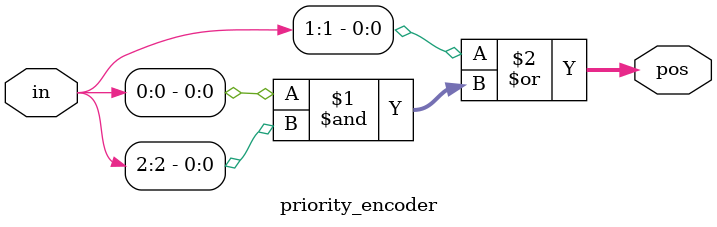
<source format=v>
module priority_encoder( 
input [2:0] in,
output reg [1:0] pos ); 
// When sel=1, assign b to out
assign pos=in[1] | (in[0] & in[2]); 
// Asynchronous, Active low.

endmodule

</source>
